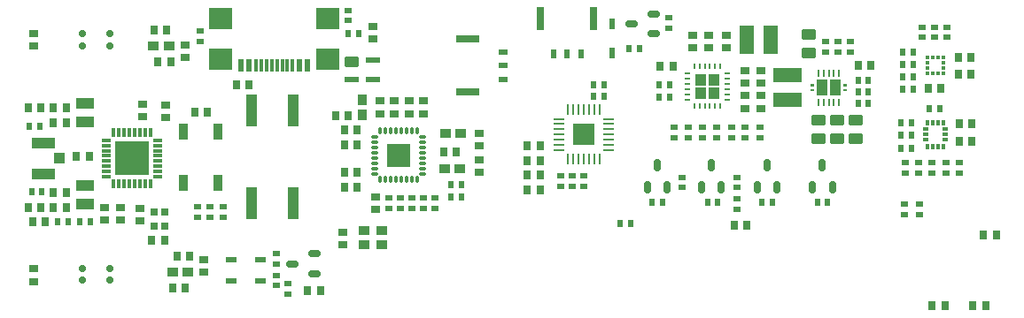
<source format=gtp>
G04*
G04 #@! TF.GenerationSoftware,Altium Limited,CircuitStudio,1.5.2 (30)*
G04*
G04 Layer_Color=7318015*
%FSLAX44Y44*%
%MOMM*%
G71*
G01*
G75*
%ADD11R,0.9000X1.5000*%
%ADD12R,0.7000X0.6000*%
%ADD13R,2.8000X1.3500*%
%ADD14R,1.3500X2.8000*%
%ADD15R,0.6000X0.7000*%
%ADD16R,0.5500X1.0500*%
%ADD17R,1.0500X0.5500*%
%ADD18R,1.0000X0.9700*%
%ADD19R,0.9700X1.0000*%
%ADD20R,0.7400X0.9300*%
%ADD21R,0.9300X0.7400*%
%ADD22R,1.8200X1.1400*%
%ADD23R,1.0000X3.1000*%
%ADD24R,0.3750X0.3500*%
%ADD25R,0.3500X0.3750*%
G04:AMPARAMS|DCode=26|XSize=1.03mm|YSize=1.42mm|CornerRadius=0.2524mm|HoleSize=0mm|Usage=FLASHONLY|Rotation=270.000|XOffset=0mm|YOffset=0mm|HoleType=Round|Shape=RoundedRectangle|*
%AMROUNDEDRECTD26*
21,1,1.0300,0.9153,0,0,270.0*
21,1,0.5253,1.4200,0,0,270.0*
1,1,0.5047,-0.4577,-0.2626*
1,1,0.5047,-0.4577,0.2626*
1,1,0.5047,0.4577,0.2626*
1,1,0.5047,0.4577,-0.2626*
%
%ADD26ROUNDEDRECTD26*%
G04:AMPARAMS|DCode=27|XSize=0.6mm|YSize=0.24mm|CornerRadius=0.03mm|HoleSize=0mm|Usage=FLASHONLY|Rotation=90.000|XOffset=0mm|YOffset=0mm|HoleType=Round|Shape=RoundedRectangle|*
%AMROUNDEDRECTD27*
21,1,0.6000,0.1800,0,0,90.0*
21,1,0.5400,0.2400,0,0,90.0*
1,1,0.0600,0.0900,0.2700*
1,1,0.0600,0.0900,-0.2700*
1,1,0.0600,-0.0900,-0.2700*
1,1,0.0600,-0.0900,0.2700*
%
%ADD27ROUNDEDRECTD27*%
%ADD30R,0.2700X0.9900*%
%ADD31R,0.9900X0.2700*%
%ADD32R,0.6000X1.1500*%
%ADD33R,0.3000X1.1500*%
%ADD34R,2.1800X2.0000*%
%ADD35R,0.6000X0.3500*%
%ADD36R,0.3500X0.6000*%
%ADD37R,0.7000X0.7500*%
%ADD38R,1.1000X0.9000*%
%ADD39C,0.7000*%
%ADD40R,0.6000X0.9000*%
%ADD41R,0.7500X2.2000*%
%ADD42R,0.9000X0.6000*%
%ADD43R,2.2000X0.7500*%
%ADD44R,2.2000X1.0500*%
%ADD45R,1.0500X1.0000*%
G04:AMPARAMS|DCode=46|XSize=0.99mm|YSize=1.3mm|CornerRadius=0.0743mm|HoleSize=0mm|Usage=FLASHONLY|Rotation=270.000|XOffset=0mm|YOffset=0mm|HoleType=Round|Shape=RoundedRectangle|*
%AMROUNDEDRECTD46*
21,1,0.9900,1.1515,0,0,270.0*
21,1,0.8415,1.3000,0,0,270.0*
1,1,0.1485,-0.5757,-0.4208*
1,1,0.1485,-0.5757,0.4208*
1,1,0.1485,0.5757,0.4208*
1,1,0.1485,0.5757,-0.4208*
%
%ADD46ROUNDEDRECTD46*%
G04:AMPARAMS|DCode=47|XSize=0.59mm|YSize=1.3mm|CornerRadius=0.0443mm|HoleSize=0mm|Usage=FLASHONLY|Rotation=270.000|XOffset=0mm|YOffset=0mm|HoleType=Round|Shape=RoundedRectangle|*
%AMROUNDEDRECTD47*
21,1,0.5900,1.2115,0,0,270.0*
21,1,0.5015,1.3000,0,0,270.0*
1,1,0.0885,-0.6058,-0.2507*
1,1,0.0885,-0.6058,0.2507*
1,1,0.0885,0.6058,0.2507*
1,1,0.0885,0.6058,-0.2507*
%
%ADD47ROUNDEDRECTD47*%
G04:AMPARAMS|DCode=48|XSize=1.21mm|YSize=0.62mm|CornerRadius=0.1612mm|HoleSize=0mm|Usage=FLASHONLY|Rotation=270.000|XOffset=0mm|YOffset=0mm|HoleType=Round|Shape=RoundedRectangle|*
%AMROUNDEDRECTD48*
21,1,1.2100,0.2976,0,0,270.0*
21,1,0.8876,0.6200,0,0,270.0*
1,1,0.3224,-0.1488,-0.4438*
1,1,0.3224,-0.1488,0.4438*
1,1,0.3224,0.1488,0.4438*
1,1,0.3224,0.1488,-0.4438*
%
%ADD48ROUNDEDRECTD48*%
G04:AMPARAMS|DCode=49|XSize=1.21mm|YSize=0.62mm|CornerRadius=0.1612mm|HoleSize=0mm|Usage=FLASHONLY|Rotation=0.000|XOffset=0mm|YOffset=0mm|HoleType=Round|Shape=RoundedRectangle|*
%AMROUNDEDRECTD49*
21,1,1.2100,0.2976,0,0,0.0*
21,1,0.8876,0.6200,0,0,0.0*
1,1,0.3224,0.4438,-0.1488*
1,1,0.3224,-0.4438,-0.1488*
1,1,0.3224,-0.4438,0.1488*
1,1,0.3224,0.4438,0.1488*
%
%ADD49ROUNDEDRECTD49*%
G04:AMPARAMS|DCode=50|XSize=0.58mm|YSize=0.24mm|CornerRadius=0.03mm|HoleSize=0mm|Usage=FLASHONLY|Rotation=90.000|XOffset=0mm|YOffset=0mm|HoleType=Round|Shape=RoundedRectangle|*
%AMROUNDEDRECTD50*
21,1,0.5800,0.1800,0,0,90.0*
21,1,0.5200,0.2400,0,0,90.0*
1,1,0.0600,0.0900,0.2600*
1,1,0.0600,0.0900,-0.2600*
1,1,0.0600,-0.0900,-0.2600*
1,1,0.0600,-0.0900,0.2600*
%
%ADD50ROUNDEDRECTD50*%
G04:AMPARAMS|DCode=51|XSize=0.58mm|YSize=0.24mm|CornerRadius=0.03mm|HoleSize=0mm|Usage=FLASHONLY|Rotation=0.000|XOffset=0mm|YOffset=0mm|HoleType=Round|Shape=RoundedRectangle|*
%AMROUNDEDRECTD51*
21,1,0.5800,0.1800,0,0,0.0*
21,1,0.5200,0.2400,0,0,0.0*
1,1,0.0600,0.2600,-0.0900*
1,1,0.0600,-0.2600,-0.0900*
1,1,0.0600,-0.2600,0.0900*
1,1,0.0600,0.2600,0.0900*
%
%ADD51ROUNDEDRECTD51*%
G04:AMPARAMS|DCode=54|XSize=0.26mm|YSize=0.69mm|CornerRadius=0.13mm|HoleSize=0mm|Usage=FLASHONLY|Rotation=0.000|XOffset=0mm|YOffset=0mm|HoleType=Round|Shape=RoundedRectangle|*
%AMROUNDEDRECTD54*
21,1,0.2600,0.4300,0,0,0.0*
21,1,0.0000,0.6900,0,0,0.0*
1,1,0.2600,0.0000,-0.2150*
1,1,0.2600,0.0000,-0.2150*
1,1,0.2600,0.0000,0.2150*
1,1,0.2600,0.0000,0.2150*
%
%ADD54ROUNDEDRECTD54*%
G04:AMPARAMS|DCode=55|XSize=0.69mm|YSize=0.26mm|CornerRadius=0.13mm|HoleSize=0mm|Usage=FLASHONLY|Rotation=0.000|XOffset=0mm|YOffset=0mm|HoleType=Round|Shape=RoundedRectangle|*
%AMROUNDEDRECTD55*
21,1,0.6900,0.0000,0,0,0.0*
21,1,0.4300,0.2600,0,0,0.0*
1,1,0.2600,0.2150,0.0000*
1,1,0.2600,-0.2150,0.0000*
1,1,0.2600,-0.2150,0.0000*
1,1,0.2600,0.2150,0.0000*
%
%ADD55ROUNDEDRECTD55*%
%ADD56O,0.6900X0.2600*%
%ADD57R,0.3000X0.8500*%
%ADD58R,0.8500X0.3000*%
%ADD59R,3.2500X3.2500*%
%ADD104R,2.0554X2.0554*%
G36*
X858837Y772636D02*
X848037D01*
Y783436D01*
X858837D01*
Y772636D01*
D02*
G37*
G36*
X962037Y775936D02*
X951437D01*
Y790936D01*
X962037D01*
Y775936D01*
D02*
G37*
G36*
X974637D02*
X964037D01*
Y790936D01*
X974637D01*
Y775936D01*
D02*
G37*
G36*
X307307Y705166D02*
X286749D01*
Y725724D01*
X307307D01*
Y705166D01*
D02*
G37*
G36*
X562946Y707526D02*
X541128D01*
Y729345D01*
X562946D01*
Y707526D01*
D02*
G37*
G36*
X846037Y772636D02*
X835237D01*
Y783436D01*
X846037D01*
Y772636D01*
D02*
G37*
G36*
X980037Y784686D02*
X976637D01*
Y787186D01*
X980037D01*
Y784686D01*
D02*
G37*
G36*
X846037Y785436D02*
X835237D01*
Y796236D01*
X846037D01*
Y785436D01*
D02*
G37*
G36*
X858837D02*
X848037D01*
Y796236D01*
X858837D01*
Y785436D01*
D02*
G37*
G36*
X949437Y779686D02*
X946037D01*
Y782186D01*
X949437D01*
Y779686D01*
D02*
G37*
G36*
X980037D02*
X976637D01*
Y782186D01*
X980037D01*
Y779686D01*
D02*
G37*
G36*
X949437Y784686D02*
X946037D01*
Y787186D01*
X949437D01*
Y784686D01*
D02*
G37*
D11*
X379537Y741436D02*
D03*
X346537D02*
D03*
Y692436D02*
D03*
X379537D02*
D03*
D12*
X897037Y735436D02*
D03*
Y745436D02*
D03*
X1050037Y661436D02*
D03*
Y671436D02*
D03*
X1035037Y661436D02*
D03*
Y671436D02*
D03*
X842037Y745436D02*
D03*
Y735436D02*
D03*
X810037Y840436D02*
D03*
Y850436D02*
D03*
X446037Y595436D02*
D03*
Y585436D02*
D03*
X856037Y745436D02*
D03*
Y735436D02*
D03*
X435037Y593436D02*
D03*
Y603436D02*
D03*
Y614436D02*
D03*
Y624436D02*
D03*
X829037Y735436D02*
D03*
Y745436D02*
D03*
X815037Y735436D02*
D03*
Y745436D02*
D03*
X883037Y735436D02*
D03*
Y745436D02*
D03*
X870037Y745436D02*
D03*
Y735436D02*
D03*
X960037Y817436D02*
D03*
Y827436D02*
D03*
X362037Y827436D02*
D03*
Y837436D02*
D03*
X972037Y827436D02*
D03*
Y817436D02*
D03*
X984037Y817436D02*
D03*
Y827436D02*
D03*
X1052037Y841436D02*
D03*
Y831436D02*
D03*
X1036037Y711436D02*
D03*
Y701436D02*
D03*
X1049037Y711436D02*
D03*
Y701436D02*
D03*
X1076037Y831436D02*
D03*
Y841436D02*
D03*
X1064037Y831436D02*
D03*
Y841436D02*
D03*
X1088037Y711436D02*
D03*
Y701436D02*
D03*
X1062037Y711436D02*
D03*
Y701436D02*
D03*
X1075037Y711436D02*
D03*
Y701436D02*
D03*
X543037Y677436D02*
D03*
Y667436D02*
D03*
X554037Y677436D02*
D03*
Y667436D02*
D03*
X565037Y677436D02*
D03*
Y667436D02*
D03*
X587037Y677436D02*
D03*
Y667436D02*
D03*
X576037Y677436D02*
D03*
Y667436D02*
D03*
X707037Y688436D02*
D03*
Y698436D02*
D03*
X718037Y698436D02*
D03*
Y688436D02*
D03*
X875037Y687436D02*
D03*
Y697436D02*
D03*
X729037Y698436D02*
D03*
Y688436D02*
D03*
X823037Y687436D02*
D03*
Y697436D02*
D03*
X384037Y669436D02*
D03*
Y659436D02*
D03*
X372037Y669436D02*
D03*
Y659436D02*
D03*
X360037Y669436D02*
D03*
Y659436D02*
D03*
X875037Y666436D02*
D03*
Y676436D02*
D03*
X504037Y847436D02*
D03*
Y857436D02*
D03*
D13*
X924037Y771686D02*
D03*
Y795186D02*
D03*
D14*
X907787Y829436D02*
D03*
X884287D02*
D03*
D15*
X748037Y775436D02*
D03*
X738037D02*
D03*
X748037Y786436D02*
D03*
X738037D02*
D03*
X952037Y673436D02*
D03*
X962037D02*
D03*
X899037D02*
D03*
X909037D02*
D03*
X782037Y820436D02*
D03*
X772037D02*
D03*
X801037Y786436D02*
D03*
X811037D02*
D03*
X801037Y774436D02*
D03*
X811037D02*
D03*
X1001037Y779436D02*
D03*
X991037D02*
D03*
X504037Y835436D02*
D03*
X514037D02*
D03*
X991037Y790436D02*
D03*
X1001037D02*
D03*
X991037Y768436D02*
D03*
X1001037D02*
D03*
X1032037Y749436D02*
D03*
X1042037D02*
D03*
X1044037Y805436D02*
D03*
X1034037D02*
D03*
X1044037Y793436D02*
D03*
X1034037D02*
D03*
X1042037Y737436D02*
D03*
X1032037D02*
D03*
X1042037Y725436D02*
D03*
X1032037D02*
D03*
X1034037Y781436D02*
D03*
X1044037D02*
D03*
X1034037Y817436D02*
D03*
X1044037D02*
D03*
X1069037Y763436D02*
D03*
X1059037D02*
D03*
X602037Y678436D02*
D03*
X612037D02*
D03*
X602037Y690436D02*
D03*
X612037D02*
D03*
X857037Y673436D02*
D03*
X847037D02*
D03*
X794037D02*
D03*
X804037D02*
D03*
X226037Y654436D02*
D03*
X236037D02*
D03*
X247037D02*
D03*
X257037D02*
D03*
X209037Y746436D02*
D03*
X199037D02*
D03*
X201037Y683436D02*
D03*
X211037D02*
D03*
X764037Y653436D02*
D03*
X774037D02*
D03*
D16*
X756037Y844436D02*
D03*
Y816436D02*
D03*
D17*
X392037Y618436D02*
D03*
X420037D02*
D03*
X392037Y598436D02*
D03*
X420037D02*
D03*
D18*
X335687Y606436D02*
D03*
X350387D02*
D03*
X317687Y823436D02*
D03*
X332387D02*
D03*
X596687Y739436D02*
D03*
X611387D02*
D03*
X595687Y705436D02*
D03*
X610387D02*
D03*
D19*
X517037Y757086D02*
D03*
Y771786D02*
D03*
D20*
X369087Y759436D02*
D03*
X356987D02*
D03*
X814087Y803436D02*
D03*
X801987D02*
D03*
X477087Y588436D02*
D03*
X464987D02*
D03*
X409087Y786436D02*
D03*
X396987D02*
D03*
X990987Y804436D02*
D03*
X1003087D02*
D03*
X1086987Y796436D02*
D03*
X1099087D02*
D03*
X1086987Y812436D02*
D03*
X1099087D02*
D03*
X1087987Y731436D02*
D03*
X1100087D02*
D03*
X1087987Y748436D02*
D03*
X1100087D02*
D03*
X1070087Y782436D02*
D03*
X1057987D02*
D03*
X512087Y742436D02*
D03*
X499987D02*
D03*
X504087Y756436D02*
D03*
X491987D02*
D03*
X499987Y728436D02*
D03*
X512087D02*
D03*
Y702436D02*
D03*
X499987D02*
D03*
Y687436D02*
D03*
X512087D02*
D03*
X607087Y721436D02*
D03*
X594987D02*
D03*
X330087Y838436D02*
D03*
X317987D02*
D03*
X321987Y808436D02*
D03*
X334087D02*
D03*
X348087Y591436D02*
D03*
X335987D02*
D03*
X339987Y621436D02*
D03*
X352087D02*
D03*
X687188Y699636D02*
D03*
X675088D02*
D03*
X687087Y727436D02*
D03*
X674987D02*
D03*
X687188Y713636D02*
D03*
X675088D02*
D03*
X687087Y685436D02*
D03*
X674987D02*
D03*
X256087Y717436D02*
D03*
X243987D02*
D03*
X214087Y654436D02*
D03*
X201987D02*
D03*
X234087Y764436D02*
D03*
X221987D02*
D03*
X234087Y749436D02*
D03*
X221987D02*
D03*
X210087Y764436D02*
D03*
X197987D02*
D03*
X221987Y682436D02*
D03*
X234087D02*
D03*
X197987Y668436D02*
D03*
X210087D02*
D03*
X234087D02*
D03*
X221987D02*
D03*
X328087Y637436D02*
D03*
X315987D02*
D03*
X1110987Y641936D02*
D03*
X1123087D02*
D03*
X885087Y651436D02*
D03*
X872987D02*
D03*
X1100987Y574436D02*
D03*
X1113087D02*
D03*
X1074087D02*
D03*
X1061987D02*
D03*
D21*
X883037Y787386D02*
D03*
Y799486D02*
D03*
X898037Y787386D02*
D03*
Y799486D02*
D03*
X865037Y821386D02*
D03*
Y833486D02*
D03*
X833037D02*
D03*
Y821386D02*
D03*
X883037Y775486D02*
D03*
Y763386D02*
D03*
X898037Y775486D02*
D03*
Y763386D02*
D03*
X848037Y833486D02*
D03*
Y821386D02*
D03*
X527037Y829886D02*
D03*
Y841986D02*
D03*
X562037Y770486D02*
D03*
Y758386D02*
D03*
X534037D02*
D03*
Y770486D02*
D03*
X530037Y678486D02*
D03*
Y666386D02*
D03*
X548037Y770486D02*
D03*
Y758386D02*
D03*
X576037Y770486D02*
D03*
Y758386D02*
D03*
X629037Y739486D02*
D03*
Y727386D02*
D03*
Y702386D02*
D03*
Y714486D02*
D03*
X499037Y644486D02*
D03*
Y632386D02*
D03*
X348037Y824486D02*
D03*
Y812386D02*
D03*
X366037Y606386D02*
D03*
Y618486D02*
D03*
X203037Y835486D02*
D03*
Y823386D02*
D03*
X203137Y609686D02*
D03*
Y597586D02*
D03*
X271037Y668486D02*
D03*
Y656386D02*
D03*
X307037Y755386D02*
D03*
Y767486D02*
D03*
X329037Y754386D02*
D03*
Y766486D02*
D03*
X286037Y668486D02*
D03*
Y656386D02*
D03*
X305037Y667486D02*
D03*
Y655386D02*
D03*
D22*
X252037Y750536D02*
D03*
Y768336D02*
D03*
Y689336D02*
D03*
Y671536D02*
D03*
D23*
X411037Y761436D02*
D03*
X451037D02*
D03*
X411037Y672436D02*
D03*
X451037D02*
D03*
D24*
X1057512Y802111D02*
D03*
Y807111D02*
D03*
X1072762D02*
D03*
Y802111D02*
D03*
D25*
X1057637Y812236D02*
D03*
X1062637D02*
D03*
X1067637D02*
D03*
X1072637D02*
D03*
Y796986D02*
D03*
X1067637D02*
D03*
X1062637D02*
D03*
X1057637D02*
D03*
D26*
X944037Y816736D02*
D03*
Y834136D02*
D03*
X971037Y752136D02*
D03*
Y734736D02*
D03*
X989037Y752136D02*
D03*
Y734736D02*
D03*
X953037Y752136D02*
D03*
Y734736D02*
D03*
D27*
X953037Y769436D02*
D03*
X958037D02*
D03*
X963037D02*
D03*
X968037D02*
D03*
X973037D02*
D03*
Y797436D02*
D03*
X968037D02*
D03*
X963037D02*
D03*
X958037D02*
D03*
X953037D02*
D03*
D30*
X714037Y762036D02*
D03*
X719037D02*
D03*
X724037D02*
D03*
X729037D02*
D03*
X734037D02*
D03*
X739037D02*
D03*
X744037D02*
D03*
Y714836D02*
D03*
X739037D02*
D03*
X734037D02*
D03*
X729037D02*
D03*
X724037D02*
D03*
X719037D02*
D03*
X714037D02*
D03*
D31*
X752637Y753436D02*
D03*
Y748436D02*
D03*
Y743436D02*
D03*
Y738436D02*
D03*
Y733436D02*
D03*
Y728436D02*
D03*
Y723436D02*
D03*
X705437D02*
D03*
Y728436D02*
D03*
Y733436D02*
D03*
Y738436D02*
D03*
Y743436D02*
D03*
Y748436D02*
D03*
Y753436D02*
D03*
D32*
X465137Y804886D02*
D03*
X457137D02*
D03*
X409137D02*
D03*
X401138D02*
D03*
D33*
X450638D02*
D03*
X415638D02*
D03*
X445638D02*
D03*
X420638D02*
D03*
X440638D02*
D03*
X425638D02*
D03*
X435638D02*
D03*
X430638D02*
D03*
D34*
X484238Y810636D02*
D03*
X382038D02*
D03*
X484238Y849936D02*
D03*
X382038D02*
D03*
D35*
X1074137Y743436D02*
D03*
Y738436D02*
D03*
Y733436D02*
D03*
X1055937Y743436D02*
D03*
Y738436D02*
D03*
Y733436D02*
D03*
D36*
X1072537Y750036D02*
D03*
X1057537D02*
D03*
X1067537D02*
D03*
X1062537D02*
D03*
X1072537Y726836D02*
D03*
X1057537D02*
D03*
X1067537D02*
D03*
X1062537D02*
D03*
D37*
X318037Y664186D02*
D03*
Y650686D02*
D03*
X328037D02*
D03*
Y664186D02*
D03*
D38*
X518537Y645936D02*
D03*
X535537D02*
D03*
Y632936D02*
D03*
X518537D02*
D03*
D39*
X249737Y823686D02*
D03*
X276337D02*
D03*
Y835186D02*
D03*
X249737D02*
D03*
Y598686D02*
D03*
X276337D02*
D03*
Y610186D02*
D03*
X249737D02*
D03*
D40*
X700037Y815436D02*
D03*
X713037D02*
D03*
X726037D02*
D03*
D41*
X687787Y849436D02*
D03*
X738287D02*
D03*
D42*
X652037Y791436D02*
D03*
Y804436D02*
D03*
Y817436D02*
D03*
D43*
X618037Y779186D02*
D03*
Y829686D02*
D03*
D44*
X212138Y700886D02*
D03*
Y730386D02*
D03*
D45*
X227388Y715636D02*
D03*
D46*
X506787Y808036D02*
D03*
D47*
X527287Y810036D02*
D03*
Y790836D02*
D03*
X506787D02*
D03*
D48*
X947537Y687936D02*
D03*
X966537D02*
D03*
X957037Y708936D02*
D03*
X904037D02*
D03*
X913537Y687936D02*
D03*
X894537D02*
D03*
X841537D02*
D03*
X860537D02*
D03*
X851037Y708936D02*
D03*
X799037D02*
D03*
X808537Y687936D02*
D03*
X789537D02*
D03*
D49*
X795537Y834936D02*
D03*
Y853936D02*
D03*
X774537Y844436D02*
D03*
X450537Y614436D02*
D03*
X471537Y623936D02*
D03*
Y604936D02*
D03*
D50*
X834537Y765311D02*
D03*
X839537D02*
D03*
X844537D02*
D03*
X849537D02*
D03*
X854537D02*
D03*
X859537D02*
D03*
Y803561D02*
D03*
X854537D02*
D03*
X849537D02*
D03*
X844537D02*
D03*
X839537D02*
D03*
X834537D02*
D03*
D51*
X827912Y796936D02*
D03*
Y791936D02*
D03*
Y786936D02*
D03*
Y781936D02*
D03*
Y776936D02*
D03*
Y771936D02*
D03*
X866162D02*
D03*
Y776936D02*
D03*
Y781936D02*
D03*
Y786936D02*
D03*
Y791936D02*
D03*
Y796936D02*
D03*
D54*
X534536Y741696D02*
D03*
X539538D02*
D03*
X544536D02*
D03*
X549538D02*
D03*
X554536D02*
D03*
X559538D02*
D03*
X564536D02*
D03*
X569538D02*
D03*
Y695286D02*
D03*
X564536D02*
D03*
X559538D02*
D03*
X554536D02*
D03*
X549538D02*
D03*
X544536D02*
D03*
X539538D02*
D03*
X534536D02*
D03*
D55*
X575187Y735936D02*
D03*
Y730935D02*
D03*
Y725936D02*
D03*
Y720935D02*
D03*
Y715936D02*
D03*
Y710935D02*
D03*
Y705936D02*
D03*
Y700935D02*
D03*
X528887D02*
D03*
Y705936D02*
D03*
Y710935D02*
D03*
Y715936D02*
D03*
Y720935D02*
D03*
Y725936D02*
D03*
Y730935D02*
D03*
D56*
Y735936D02*
D03*
D57*
X314537Y739936D02*
D03*
X309537D02*
D03*
X304537D02*
D03*
X299537D02*
D03*
X294537D02*
D03*
X289537D02*
D03*
X284537D02*
D03*
X279537D02*
D03*
Y690936D02*
D03*
X284537D02*
D03*
X289537D02*
D03*
X294537D02*
D03*
X299537D02*
D03*
X304537D02*
D03*
X309537D02*
D03*
X314537D02*
D03*
D58*
X272537Y732936D02*
D03*
Y727936D02*
D03*
Y722936D02*
D03*
Y717936D02*
D03*
Y712936D02*
D03*
Y707936D02*
D03*
Y702936D02*
D03*
Y697936D02*
D03*
X321537D02*
D03*
Y702936D02*
D03*
Y707936D02*
D03*
Y712936D02*
D03*
Y717936D02*
D03*
Y722936D02*
D03*
Y727936D02*
D03*
Y732936D02*
D03*
D59*
X297037Y715436D02*
D03*
D104*
X729037Y738436D02*
D03*
M02*

</source>
